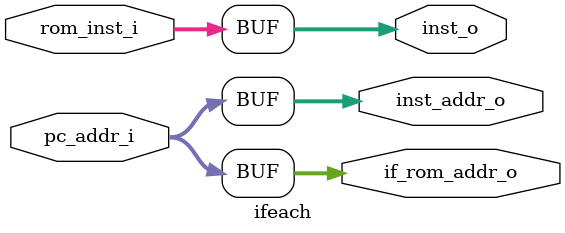
<source format=v>
module ifeach (
    //form pc
    input [31:0]    pc_addr_i,
    //from rom
    input [31:0]    rom_inst_i,
    //to rom
    output [31:0]   if_rom_addr_o,
    //to if_id
    output [31:0]   inst_addr_o,
    output [31:0]   inst_o
);
    assign if_rom_addr_o = pc_addr_i;
    assign inst_addr_o = pc_addr_i;
    assign inst_o = rom_inst_i;
endmodule //ifeach
</source>
